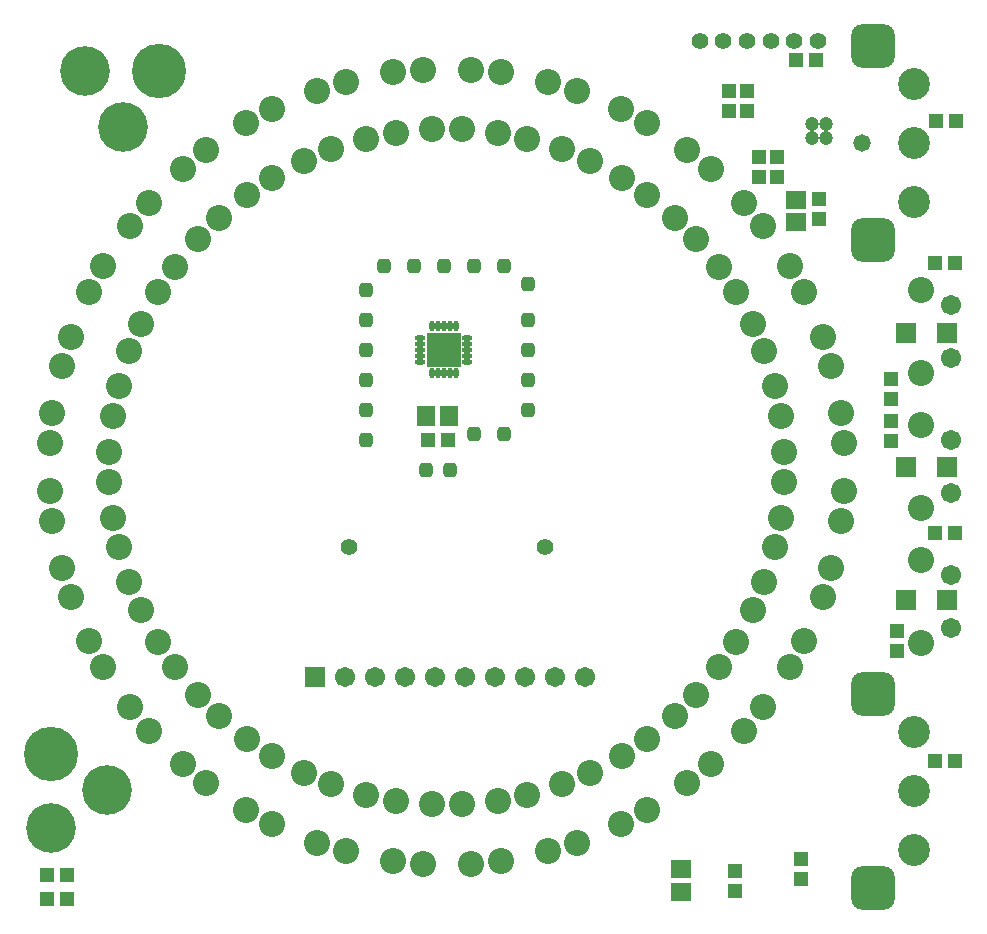
<source format=gbs>
%FSLAX24Y24*%
%MOIN*%
G70*
G01*
G75*
G04 Layer_Color=16711935*
%ADD10C,0.0150*%
%ADD11C,0.0080*%
%ADD12C,0.0120*%
%ADD13R,0.0118X0.1024*%
%ADD14O,0.0669X0.0138*%
%ADD15R,0.0394X0.0433*%
%ADD16R,0.0394X0.1063*%
%ADD17R,0.0591X0.0512*%
%ADD18R,0.0571X0.0217*%
%ADD19R,0.0571X0.0217*%
%ADD20R,0.0433X0.0394*%
%ADD21R,0.0630X0.0335*%
G04:AMPARAMS|DCode=22|XSize=39.4mil|YSize=39.4mil|CornerRadius=9.8mil|HoleSize=0mil|Usage=FLASHONLY|Rotation=0.000|XOffset=0mil|YOffset=0mil|HoleType=Round|Shape=RoundedRectangle|*
%AMROUNDEDRECTD22*
21,1,0.0394,0.0197,0,0,0.0*
21,1,0.0197,0.0394,0,0,0.0*
1,1,0.0197,0.0098,-0.0098*
1,1,0.0197,-0.0098,-0.0098*
1,1,0.0197,-0.0098,0.0098*
1,1,0.0197,0.0098,0.0098*
%
%ADD22ROUNDEDRECTD22*%
%ADD23R,0.0945X0.1299*%
%ADD24R,0.0945X0.0394*%
%ADD25R,0.1102X0.1102*%
%ADD26O,0.0098X0.0276*%
%ADD27O,0.0276X0.0098*%
%ADD28R,0.0335X0.0866*%
%ADD29R,0.0866X0.0335*%
%ADD30C,0.0100*%
%ADD31C,0.0200*%
%ADD32C,0.0472*%
%ADD33C,0.0591*%
%ADD34C,0.0787*%
%ADD35C,0.0984*%
G04:AMPARAMS|DCode=36|XSize=137.8mil|YSize=137.8mil|CornerRadius=34.4mil|HoleSize=0mil|Usage=FLASHONLY|Rotation=90.000|XOffset=0mil|YOffset=0mil|HoleType=Round|Shape=RoundedRectangle|*
%AMROUNDEDRECTD36*
21,1,0.1378,0.0689,0,0,90.0*
21,1,0.0689,0.1378,0,0,90.0*
1,1,0.0689,0.0344,0.0344*
1,1,0.0689,0.0344,-0.0344*
1,1,0.0689,-0.0344,-0.0344*
1,1,0.0689,-0.0344,0.0344*
%
%ADD36ROUNDEDRECTD36*%
%ADD37C,0.1575*%
%ADD38C,0.1732*%
%ADD39R,0.0591X0.0591*%
%ADD40C,0.0500*%
%ADD41C,0.0400*%
%ADD42C,0.0394*%
G04:AMPARAMS|DCode=43|XSize=39.4mil|YSize=39.4mil|CornerRadius=9.8mil|HoleSize=0mil|Usage=FLASHONLY|Rotation=90.000|XOffset=0mil|YOffset=0mil|HoleType=Round|Shape=RoundedRectangle|*
%AMROUNDEDRECTD43*
21,1,0.0394,0.0197,0,0,90.0*
21,1,0.0197,0.0394,0,0,90.0*
1,1,0.0197,0.0098,0.0098*
1,1,0.0197,0.0098,-0.0098*
1,1,0.0197,-0.0098,-0.0098*
1,1,0.0197,-0.0098,0.0098*
%
%ADD43ROUNDEDRECTD43*%
%ADD44R,0.0512X0.0591*%
%ADD45C,0.0236*%
%ADD46C,0.0098*%
%ADD47C,0.0039*%
%ADD48C,0.0079*%
%ADD49R,0.0198X0.1104*%
%ADD50O,0.0749X0.0218*%
%ADD51R,0.0474X0.0513*%
%ADD52R,0.0474X0.1143*%
%ADD53R,0.0671X0.0592*%
%ADD54R,0.0651X0.0297*%
%ADD55R,0.0651X0.0297*%
%ADD56R,0.0513X0.0474*%
%ADD57R,0.0710X0.0415*%
G04:AMPARAMS|DCode=58|XSize=47.4mil|YSize=47.4mil|CornerRadius=13.8mil|HoleSize=0mil|Usage=FLASHONLY|Rotation=0.000|XOffset=0mil|YOffset=0mil|HoleType=Round|Shape=RoundedRectangle|*
%AMROUNDEDRECTD58*
21,1,0.0474,0.0197,0,0,0.0*
21,1,0.0197,0.0474,0,0,0.0*
1,1,0.0277,0.0098,-0.0098*
1,1,0.0277,-0.0098,-0.0098*
1,1,0.0277,-0.0098,0.0098*
1,1,0.0277,0.0098,0.0098*
%
%ADD58ROUNDEDRECTD58*%
%ADD59R,0.1025X0.1379*%
%ADD60R,0.1025X0.0474*%
%ADD61R,0.1182X0.1182*%
%ADD62O,0.0178X0.0356*%
%ADD63O,0.0356X0.0178*%
%ADD64R,0.0415X0.0946*%
%ADD65R,0.0946X0.0415*%
%ADD66C,0.0552*%
%ADD67C,0.0671*%
%ADD68C,0.0867*%
%ADD69C,0.1064*%
G04:AMPARAMS|DCode=70|XSize=145.8mil|YSize=145.8mil|CornerRadius=38.4mil|HoleSize=0mil|Usage=FLASHONLY|Rotation=90.000|XOffset=0mil|YOffset=0mil|HoleType=Round|Shape=RoundedRectangle|*
%AMROUNDEDRECTD70*
21,1,0.1458,0.0689,0,0,90.0*
21,1,0.0689,0.1458,0,0,90.0*
1,1,0.0769,0.0344,0.0344*
1,1,0.0769,0.0344,-0.0344*
1,1,0.0769,-0.0344,-0.0344*
1,1,0.0769,-0.0344,0.0344*
%
%ADD70ROUNDEDRECTD70*%
%ADD71C,0.1655*%
%ADD72C,0.1812*%
%ADD73R,0.0671X0.0671*%
%ADD74C,0.0580*%
G04:AMPARAMS|DCode=75|XSize=47.4mil|YSize=47.4mil|CornerRadius=13.8mil|HoleSize=0mil|Usage=FLASHONLY|Rotation=90.000|XOffset=0mil|YOffset=0mil|HoleType=Round|Shape=RoundedRectangle|*
%AMROUNDEDRECTD75*
21,1,0.0474,0.0197,0,0,90.0*
21,1,0.0197,0.0474,0,0,90.0*
1,1,0.0277,0.0098,0.0098*
1,1,0.0277,0.0098,-0.0098*
1,1,0.0277,-0.0098,-0.0098*
1,1,0.0277,-0.0098,0.0098*
%
%ADD75ROUNDEDRECTD75*%
%ADD76R,0.0592X0.0671*%
%ADD77C,0.0474*%
D51*
X10000Y12535D02*
D03*
Y11865D02*
D03*
X9400Y11865D02*
D03*
Y12535D02*
D03*
X12400Y8265D02*
D03*
Y8935D02*
D03*
X14800Y2935D02*
D03*
Y2265D02*
D03*
Y865D02*
D03*
Y1535D02*
D03*
X15000Y-5465D02*
D03*
Y-6135D02*
D03*
X9600Y-14135D02*
D03*
Y-13465D02*
D03*
X11800Y-13735D02*
D03*
Y-13065D02*
D03*
X11000Y9665D02*
D03*
Y10335D02*
D03*
X10400Y9665D02*
D03*
Y10335D02*
D03*
D53*
X7800Y-14174D02*
D03*
Y-13426D02*
D03*
X11650Y8904D02*
D03*
Y8156D02*
D03*
D56*
X16295Y11530D02*
D03*
X16965D02*
D03*
X11654Y13550D02*
D03*
X12323D02*
D03*
X16265Y6800D02*
D03*
X16935D02*
D03*
X16265Y-2200D02*
D03*
X16935D02*
D03*
X16265Y-9800D02*
D03*
X16935D02*
D03*
X-13335Y-13600D02*
D03*
X-12665D02*
D03*
X-13335Y-14400D02*
D03*
X-12665D02*
D03*
X35Y900D02*
D03*
X-635D02*
D03*
D58*
X1900Y1100D02*
D03*
X2700Y3900D02*
D03*
D61*
X-100D02*
D03*
D62*
X294Y3113D02*
D03*
X97D02*
D03*
X-100D02*
D03*
X-297D02*
D03*
X-494D02*
D03*
Y4687D02*
D03*
X-297D02*
D03*
X-100D02*
D03*
X97D02*
D03*
X294D02*
D03*
D63*
X687Y4294D02*
D03*
Y4097D02*
D03*
Y3900D02*
D03*
Y3703D02*
D03*
Y3506D02*
D03*
X-887D02*
D03*
Y3703D02*
D03*
Y3900D02*
D03*
Y4097D02*
D03*
Y4294D02*
D03*
D66*
X3290Y-2661D02*
D03*
X-3246D02*
D03*
X12369Y14200D02*
D03*
X11581D02*
D03*
X8432D02*
D03*
X9219D02*
D03*
X10006D02*
D03*
X10794D02*
D03*
D67*
X2600Y-7000D02*
D03*
X16800Y-3614D02*
D03*
Y-5386D02*
D03*
Y-886D02*
D03*
Y886D02*
D03*
Y5386D02*
D03*
Y3614D02*
D03*
X-1400Y-7000D02*
D03*
X-400D02*
D03*
X600D02*
D03*
X1600D02*
D03*
X3600D02*
D03*
X4600D02*
D03*
X-3400D02*
D03*
X-2400D02*
D03*
D68*
X15816Y-3122D02*
D03*
Y-5878D02*
D03*
Y-1378D02*
D03*
Y1378D02*
D03*
Y5878D02*
D03*
Y3122D02*
D03*
X-1798Y13141D02*
D03*
X-802Y13239D02*
D03*
X-3372Y12825D02*
D03*
X-4328Y12535D02*
D03*
X-1700Y11128D02*
D03*
X-2680Y10932D02*
D03*
X-4772Y10199D02*
D03*
X-3848Y10581D02*
D03*
X-6691Y11454D02*
D03*
X-5809Y11926D02*
D03*
X-5834Y9628D02*
D03*
X-6666Y9072D02*
D03*
X-8023Y10557D02*
D03*
X-8796Y9923D02*
D03*
X-8304Y7596D02*
D03*
X-7596Y8304D02*
D03*
X-9072Y6666D02*
D03*
X-9628Y5834D02*
D03*
X-10557Y8023D02*
D03*
X-9923Y8797D02*
D03*
X-11454Y6691D02*
D03*
X-11926Y5809D02*
D03*
X8023Y10557D02*
D03*
X8796Y9923D02*
D03*
X6691Y11454D02*
D03*
X5809Y11926D02*
D03*
X2680Y10932D02*
D03*
X1700Y11128D02*
D03*
X11454Y6691D02*
D03*
X11926Y5809D02*
D03*
X10557Y8023D02*
D03*
X9923Y8796D02*
D03*
X7596Y8304D02*
D03*
X8304Y7596D02*
D03*
X6666Y9072D02*
D03*
X5834Y9628D02*
D03*
X9628Y5834D02*
D03*
X9072Y6666D02*
D03*
X13141Y1798D02*
D03*
X13239Y802D02*
D03*
X13141Y-1798D02*
D03*
X13239Y-802D02*
D03*
X12825Y-3372D02*
D03*
X12535Y-4328D02*
D03*
X11454Y-6691D02*
D03*
X11926Y-5809D02*
D03*
X11250Y-500D02*
D03*
Y500D02*
D03*
X10932Y-2680D02*
D03*
X11128Y-1700D02*
D03*
X10581Y-3848D02*
D03*
X10199Y-4772D02*
D03*
X9072Y-6666D02*
D03*
X9628Y-5834D02*
D03*
X10557Y-8023D02*
D03*
X9923Y-8796D02*
D03*
X8023Y-10557D02*
D03*
X8796Y-9923D02*
D03*
X8304Y-7596D02*
D03*
X7596Y-8304D02*
D03*
X5834Y-9628D02*
D03*
X6666Y-9072D02*
D03*
X6691Y-11454D02*
D03*
X5809Y-11926D02*
D03*
X-6666Y-9072D02*
D03*
X-5834Y-9628D02*
D03*
X-3848Y-10581D02*
D03*
X-4772Y-10199D02*
D03*
X-2680Y-10932D02*
D03*
X-1700Y-11128D02*
D03*
X-11128Y-1700D02*
D03*
X-10932Y-2680D02*
D03*
X-7596Y-8304D02*
D03*
X-8304Y-7596D02*
D03*
X-9628Y-5834D02*
D03*
X-9072Y-6666D02*
D03*
X-10199Y-4772D02*
D03*
X-10581Y-3848D02*
D03*
X-10557Y-8023D02*
D03*
X-9923Y-8796D02*
D03*
X-6691Y-11454D02*
D03*
X-5809Y-11926D02*
D03*
X500Y-11250D02*
D03*
X-500D02*
D03*
X-11250Y-500D02*
D03*
Y500D02*
D03*
X1798Y-13141D02*
D03*
X802Y-13239D02*
D03*
X-3372Y-12825D02*
D03*
X-4328Y-12535D02*
D03*
X-1798Y-13141D02*
D03*
X-802Y-13239D02*
D03*
X-13141Y1798D02*
D03*
X-13239Y802D02*
D03*
X-13141Y-1798D02*
D03*
X-13239Y-802D02*
D03*
X-11454Y-6691D02*
D03*
X-11926Y-5809D02*
D03*
X-12825Y-3372D02*
D03*
X-12535Y-4328D02*
D03*
X10199Y4772D02*
D03*
X10581Y3848D02*
D03*
X11128Y1700D02*
D03*
X10932Y2680D02*
D03*
X3848Y10581D02*
D03*
X4772Y10199D02*
D03*
X12825Y3372D02*
D03*
X12535Y4328D02*
D03*
X4772Y-10199D02*
D03*
X3848Y-10581D02*
D03*
X3372Y12825D02*
D03*
X4328Y12535D02*
D03*
X1798Y13141D02*
D03*
X802Y13239D02*
D03*
X-500Y11250D02*
D03*
X500D02*
D03*
X-10581Y3848D02*
D03*
X-10199Y4772D02*
D03*
X3372Y-12825D02*
D03*
X4328Y-12535D02*
D03*
X1700Y-11128D02*
D03*
X2680Y-10932D02*
D03*
X-12825Y3372D02*
D03*
X-12535Y4328D02*
D03*
X-10932Y2680D02*
D03*
X-11128Y1700D02*
D03*
X-8023Y-10557D02*
D03*
X-8796Y-9923D02*
D03*
D69*
X15578Y-12768D02*
D03*
Y-10800D02*
D03*
Y-8831D02*
D03*
Y8831D02*
D03*
Y10800D02*
D03*
Y12768D02*
D03*
D70*
X14200Y-14028D02*
D03*
Y-7572D02*
D03*
Y7572D02*
D03*
Y14028D02*
D03*
D71*
X-10774Y11310D02*
D03*
X-12054Y13200D02*
D03*
X-11310Y-10772D02*
D03*
X-13200Y-12051D02*
D03*
D72*
X-9593Y13200D02*
D03*
X-13200Y-9591D02*
D03*
D73*
X16689Y4450D02*
D03*
X15311D02*
D03*
X16689Y0D02*
D03*
X15311D02*
D03*
X16689Y-4450D02*
D03*
X15311D02*
D03*
X-4400Y-7000D02*
D03*
D74*
X13850Y10800D02*
D03*
D75*
X-100Y6700D02*
D03*
X-2700Y2900D02*
D03*
Y1900D02*
D03*
Y3900D02*
D03*
Y4900D02*
D03*
Y5900D02*
D03*
Y900D02*
D03*
X900Y1100D02*
D03*
X-700Y-100D02*
D03*
X100D02*
D03*
X2700Y1900D02*
D03*
Y2900D02*
D03*
Y4900D02*
D03*
Y6100D02*
D03*
X1900Y6700D02*
D03*
X900D02*
D03*
X-1100D02*
D03*
X-2100D02*
D03*
D76*
X-674Y1700D02*
D03*
X74D02*
D03*
D77*
X12164Y10964D02*
D03*
X12636D02*
D03*
Y11436D02*
D03*
X12164D02*
D03*
X136Y4136D02*
D03*
X-336D02*
D03*
Y3664D02*
D03*
X136D02*
D03*
M02*

</source>
